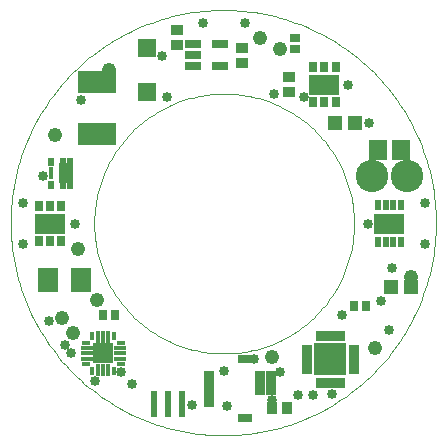
<source format=gbs>
G04 EAGLE Gerber RS-274X export*
G75*
%MOMM*%
%FSLAX35Y35*%
%LPD*%
%INsolder_mask_bottom*%
%IPPOS*%
%AMOC8*
5,1,8,0,0,1.08239X$1,22.5*%
G01*
%ADD10C,0.010000*%
%ADD11C,0.050000*%
%ADD12R,0.903200X1.103200*%
%ADD13R,1.603200X1.603200*%
%ADD14R,2.703200X2.703200*%
%ADD15R,0.503200X0.953200*%
%ADD16R,0.953200X0.503200*%
%ADD17R,2.603200X1.703200*%
%ADD18R,0.553200X0.853200*%
%ADD19R,1.503200X1.703200*%
%ADD20R,1.703200X1.703200*%
%ADD21R,0.453200X1.003200*%
%ADD22R,1.003200X0.453200*%
%ADD23R,0.753200X0.453200*%
%ADD24R,0.453200X0.753200*%
%ADD25R,0.603200X2.203200*%
%ADD26R,1.203200X1.303200*%
%ADD27R,0.903200X0.503200*%
%ADD28R,1.203200X0.803200*%
%ADD29R,3.203200X1.903200*%
%ADD30R,2.503200X1.703200*%
%ADD31R,0.663200X0.913200*%
%ADD32R,1.103200X0.903200*%
%ADD33R,0.903200X0.803200*%
%ADD34C,2.743200*%
%ADD35R,1.403200X0.803200*%
%ADD36R,0.853200X0.503200*%
%ADD37R,1.153200X1.703200*%
%ADD38R,0.503200X0.653200*%
%ADD39R,0.433200X1.073200*%
%ADD40R,1.803200X2.006200*%
%ADD41R,0.803200X0.903200*%
%ADD42C,1.219200*%
%ADD43C,0.853200*%


D10*
X1793375Y-42625D02*
X1793375Y57375D01*
X-1806625Y7375D02*
X-1806083Y51549D01*
X-1804457Y95697D01*
X-1801748Y139791D01*
X-1797958Y183806D01*
X-1793088Y227714D01*
X-1787143Y271490D01*
X-1780125Y315106D01*
X-1772039Y358538D01*
X-1762889Y401757D01*
X-1752681Y444739D01*
X-1741422Y487458D01*
X-1729118Y529887D01*
X-1715776Y572002D01*
X-1701404Y613777D01*
X-1686012Y655186D01*
X-1669608Y696205D01*
X-1652203Y736809D01*
X-1633806Y776974D01*
X-1614429Y816675D01*
X-1594083Y855889D01*
X-1572782Y894592D01*
X-1550536Y932760D01*
X-1527361Y970371D01*
X-1503270Y1007401D01*
X-1478278Y1043830D01*
X-1452399Y1079634D01*
X-1425649Y1114792D01*
X-1398044Y1149283D01*
X-1369601Y1183086D01*
X-1340337Y1216181D01*
X-1310270Y1248548D01*
X-1279417Y1280167D01*
X-1247798Y1311020D01*
X-1215431Y1341087D01*
X-1182336Y1370351D01*
X-1148533Y1398794D01*
X-1114042Y1426399D01*
X-1078884Y1453149D01*
X-1043080Y1479028D01*
X-1006651Y1504020D01*
X-969621Y1528111D01*
X-932010Y1551286D01*
X-893842Y1573532D01*
X-855139Y1594833D01*
X-815925Y1615179D01*
X-776224Y1634556D01*
X-736059Y1652953D01*
X-695455Y1670358D01*
X-654436Y1686762D01*
X-613027Y1702154D01*
X-571252Y1716526D01*
X-529137Y1729868D01*
X-486708Y1742172D01*
X-443989Y1753431D01*
X-401007Y1763639D01*
X-357788Y1772789D01*
X-314356Y1780875D01*
X-270740Y1787893D01*
X-226964Y1793838D01*
X-183056Y1798708D01*
X-139041Y1802498D01*
X-94947Y1805207D01*
X-50799Y1806833D01*
X-6625Y1807375D01*
X37549Y1806833D01*
X81697Y1805207D01*
X125791Y1802498D01*
X169806Y1798708D01*
X213714Y1793838D01*
X257490Y1787893D01*
X301106Y1780875D01*
X344538Y1772789D01*
X387757Y1763639D01*
X430739Y1753431D01*
X473458Y1742172D01*
X515887Y1729868D01*
X558002Y1716526D01*
X599777Y1702154D01*
X641186Y1686762D01*
X682205Y1670358D01*
X722809Y1652953D01*
X762974Y1634556D01*
X802675Y1615179D01*
X841889Y1594833D01*
X880592Y1573532D01*
X918760Y1551286D01*
X956371Y1528111D01*
X993401Y1504020D01*
X1029830Y1479028D01*
X1065634Y1453149D01*
X1100792Y1426399D01*
X1135283Y1398794D01*
X1169086Y1370351D01*
X1202181Y1341087D01*
X1234548Y1311020D01*
X1266167Y1280167D01*
X1297020Y1248548D01*
X1327087Y1216181D01*
X1356351Y1183086D01*
X1384794Y1149283D01*
X1412399Y1114792D01*
X1439149Y1079634D01*
X1465028Y1043830D01*
X1490020Y1007401D01*
X1514111Y970371D01*
X1537286Y932760D01*
X1559532Y894592D01*
X1580833Y855889D01*
X1601179Y816675D01*
X1620556Y776974D01*
X1638953Y736809D01*
X1656358Y696205D01*
X1672762Y655186D01*
X1688154Y613777D01*
X1702526Y572002D01*
X1715868Y529887D01*
X1728172Y487458D01*
X1739431Y444739D01*
X1749639Y401757D01*
X1758789Y358538D01*
X1766875Y315106D01*
X1773893Y271490D01*
X1779838Y227714D01*
X1784708Y183806D01*
X1788498Y139791D01*
X1791207Y95697D01*
X1792833Y51549D01*
X1793375Y7375D01*
X1792833Y-36799D01*
X1791207Y-80947D01*
X1788498Y-125041D01*
X1784708Y-169056D01*
X1779838Y-212964D01*
X1773893Y-256740D01*
X1766875Y-300356D01*
X1758789Y-343788D01*
X1749639Y-387007D01*
X1739431Y-429989D01*
X1728172Y-472708D01*
X1715868Y-515137D01*
X1702526Y-557252D01*
X1688154Y-599027D01*
X1672762Y-640436D01*
X1656358Y-681455D01*
X1638953Y-722059D01*
X1620556Y-762224D01*
X1601179Y-801925D01*
X1580833Y-841139D01*
X1559532Y-879842D01*
X1537286Y-918010D01*
X1514111Y-955621D01*
X1490020Y-992651D01*
X1465028Y-1029080D01*
X1439149Y-1064884D01*
X1412399Y-1100042D01*
X1384794Y-1134533D01*
X1356351Y-1168336D01*
X1327087Y-1201431D01*
X1297020Y-1233798D01*
X1266167Y-1265417D01*
X1234548Y-1296270D01*
X1202181Y-1326337D01*
X1169086Y-1355601D01*
X1135283Y-1384044D01*
X1100792Y-1411649D01*
X1065634Y-1438399D01*
X1029830Y-1464278D01*
X993401Y-1489270D01*
X956371Y-1513361D01*
X918760Y-1536536D01*
X880592Y-1558782D01*
X841889Y-1580083D01*
X802675Y-1600429D01*
X762974Y-1619806D01*
X722809Y-1638203D01*
X682205Y-1655608D01*
X641186Y-1672012D01*
X599777Y-1687404D01*
X558002Y-1701776D01*
X515887Y-1715118D01*
X473458Y-1727422D01*
X430739Y-1738681D01*
X387757Y-1748889D01*
X344538Y-1758039D01*
X301106Y-1766125D01*
X257490Y-1773143D01*
X213714Y-1779088D01*
X169806Y-1783958D01*
X125791Y-1787748D01*
X81697Y-1790457D01*
X37549Y-1792083D01*
X-6625Y-1792625D01*
X-50799Y-1792083D01*
X-94947Y-1790457D01*
X-139041Y-1787748D01*
X-183056Y-1783958D01*
X-226964Y-1779088D01*
X-270740Y-1773143D01*
X-314356Y-1766125D01*
X-357788Y-1758039D01*
X-401007Y-1748889D01*
X-443989Y-1738681D01*
X-486708Y-1727422D01*
X-529137Y-1715118D01*
X-571252Y-1701776D01*
X-613027Y-1687404D01*
X-654436Y-1672012D01*
X-695455Y-1655608D01*
X-736059Y-1638203D01*
X-776224Y-1619806D01*
X-815925Y-1600429D01*
X-855139Y-1580083D01*
X-893842Y-1558782D01*
X-932010Y-1536536D01*
X-969621Y-1513361D01*
X-1006651Y-1489270D01*
X-1043080Y-1464278D01*
X-1078884Y-1438399D01*
X-1114042Y-1411649D01*
X-1148533Y-1384044D01*
X-1182336Y-1355601D01*
X-1215431Y-1326337D01*
X-1247798Y-1296270D01*
X-1279417Y-1265417D01*
X-1310270Y-1233798D01*
X-1340337Y-1201431D01*
X-1369601Y-1168336D01*
X-1398044Y-1134533D01*
X-1425649Y-1100042D01*
X-1452399Y-1064884D01*
X-1478278Y-1029080D01*
X-1503270Y-992651D01*
X-1527361Y-955621D01*
X-1550536Y-918010D01*
X-1572782Y-879842D01*
X-1594083Y-841139D01*
X-1614429Y-801925D01*
X-1633806Y-762224D01*
X-1652203Y-722059D01*
X-1669608Y-681455D01*
X-1686012Y-640436D01*
X-1701404Y-599027D01*
X-1715776Y-557252D01*
X-1729118Y-515137D01*
X-1741422Y-472708D01*
X-1752681Y-429989D01*
X-1762889Y-387007D01*
X-1772039Y-343788D01*
X-1780125Y-300356D01*
X-1787143Y-256740D01*
X-1793088Y-212964D01*
X-1797958Y-169056D01*
X-1801748Y-125041D01*
X-1804457Y-80947D01*
X-1806083Y-36799D01*
X-1806625Y7375D01*
D11*
X-1100045Y0D02*
X-1099714Y26996D01*
X-1098720Y53977D01*
X-1097064Y80924D01*
X-1094748Y107823D01*
X-1091772Y134657D01*
X-1088139Y161410D01*
X-1083850Y188066D01*
X-1078908Y214608D01*
X-1073316Y241021D01*
X-1067078Y267289D01*
X-1060197Y293396D01*
X-1052677Y319326D01*
X-1044524Y345064D01*
X-1035741Y370594D01*
X-1026334Y395901D01*
X-1016309Y420969D01*
X-1005672Y445784D01*
X-994429Y470330D01*
X-982587Y494593D01*
X-970153Y518558D01*
X-957135Y542210D01*
X-943540Y565536D01*
X-929377Y588521D01*
X-914654Y611152D01*
X-899380Y633415D01*
X-883564Y655296D01*
X-867217Y676782D01*
X-850346Y697861D01*
X-832964Y718520D01*
X-815080Y738745D01*
X-796704Y758526D01*
X-777849Y777849D01*
X-758526Y796704D01*
X-738745Y815080D01*
X-718520Y832964D01*
X-697861Y850346D01*
X-676782Y867217D01*
X-655296Y883564D01*
X-633415Y899380D01*
X-611152Y914654D01*
X-588521Y929377D01*
X-565536Y943540D01*
X-542210Y957135D01*
X-518558Y970153D01*
X-494593Y982587D01*
X-470330Y994429D01*
X-445784Y1005672D01*
X-420969Y1016309D01*
X-395901Y1026334D01*
X-370594Y1035741D01*
X-345064Y1044524D01*
X-319326Y1052677D01*
X-293396Y1060197D01*
X-267289Y1067078D01*
X-241021Y1073316D01*
X-214608Y1078908D01*
X-188066Y1083850D01*
X-161410Y1088139D01*
X-134657Y1091772D01*
X-107823Y1094748D01*
X-80924Y1097064D01*
X-53977Y1098720D01*
X-26996Y1099714D01*
X0Y1100045D01*
X26996Y1099714D01*
X53977Y1098720D01*
X80924Y1097064D01*
X107823Y1094748D01*
X134657Y1091772D01*
X161410Y1088139D01*
X188066Y1083850D01*
X214608Y1078908D01*
X241021Y1073316D01*
X267289Y1067078D01*
X293396Y1060197D01*
X319326Y1052677D01*
X345064Y1044524D01*
X370594Y1035741D01*
X395901Y1026334D01*
X420969Y1016309D01*
X445784Y1005672D01*
X470330Y994429D01*
X494593Y982587D01*
X518558Y970153D01*
X542210Y957135D01*
X565536Y943540D01*
X588521Y929377D01*
X611152Y914654D01*
X633415Y899380D01*
X655296Y883564D01*
X676782Y867217D01*
X697861Y850346D01*
X718520Y832964D01*
X738745Y815080D01*
X758526Y796704D01*
X777849Y777849D01*
X796704Y758526D01*
X815080Y738745D01*
X832964Y718520D01*
X850346Y697861D01*
X867217Y676782D01*
X883564Y655296D01*
X899380Y633415D01*
X914654Y611152D01*
X929377Y588521D01*
X943540Y565536D01*
X957135Y542210D01*
X970153Y518558D01*
X982587Y494593D01*
X994429Y470330D01*
X1005672Y445784D01*
X1016309Y420969D01*
X1026334Y395901D01*
X1035741Y370594D01*
X1044524Y345064D01*
X1052677Y319326D01*
X1060197Y293396D01*
X1067078Y267289D01*
X1073316Y241021D01*
X1078908Y214608D01*
X1083850Y188066D01*
X1088139Y161410D01*
X1091772Y134657D01*
X1094748Y107823D01*
X1097064Y80924D01*
X1098720Y53977D01*
X1099714Y26996D01*
X1100045Y0D01*
X1099714Y-26996D01*
X1098720Y-53977D01*
X1097064Y-80924D01*
X1094748Y-107823D01*
X1091772Y-134657D01*
X1088139Y-161410D01*
X1083850Y-188066D01*
X1078908Y-214608D01*
X1073316Y-241021D01*
X1067078Y-267289D01*
X1060197Y-293396D01*
X1052677Y-319326D01*
X1044524Y-345064D01*
X1035741Y-370594D01*
X1026334Y-395901D01*
X1016309Y-420969D01*
X1005672Y-445784D01*
X994429Y-470330D01*
X982587Y-494593D01*
X970153Y-518558D01*
X957135Y-542210D01*
X943540Y-565536D01*
X929377Y-588521D01*
X914654Y-611152D01*
X899380Y-633415D01*
X883564Y-655296D01*
X867217Y-676782D01*
X850346Y-697861D01*
X832964Y-718520D01*
X815080Y-738745D01*
X796704Y-758526D01*
X777849Y-777849D01*
X758526Y-796704D01*
X738745Y-815080D01*
X718520Y-832964D01*
X697861Y-850346D01*
X676782Y-867217D01*
X655296Y-883564D01*
X633415Y-899380D01*
X611152Y-914654D01*
X588521Y-929377D01*
X565536Y-943540D01*
X542210Y-957135D01*
X518558Y-970153D01*
X494593Y-982587D01*
X470330Y-994429D01*
X445784Y-1005672D01*
X420969Y-1016309D01*
X395901Y-1026334D01*
X370594Y-1035741D01*
X345064Y-1044524D01*
X319326Y-1052677D01*
X293396Y-1060197D01*
X267289Y-1067078D01*
X241021Y-1073316D01*
X214608Y-1078908D01*
X188066Y-1083850D01*
X161410Y-1088139D01*
X134657Y-1091772D01*
X107823Y-1094748D01*
X80924Y-1097064D01*
X53977Y-1098720D01*
X26996Y-1099714D01*
X0Y-1100045D01*
X-26996Y-1099714D01*
X-53977Y-1098720D01*
X-80924Y-1097064D01*
X-107823Y-1094748D01*
X-134657Y-1091772D01*
X-161410Y-1088139D01*
X-188066Y-1083850D01*
X-214608Y-1078908D01*
X-241021Y-1073316D01*
X-267289Y-1067078D01*
X-293396Y-1060197D01*
X-319326Y-1052677D01*
X-345064Y-1044524D01*
X-370594Y-1035741D01*
X-395901Y-1026334D01*
X-420969Y-1016309D01*
X-445784Y-1005672D01*
X-470330Y-994429D01*
X-494593Y-982587D01*
X-518558Y-970153D01*
X-542210Y-957135D01*
X-565536Y-943540D01*
X-588521Y-929377D01*
X-611152Y-914654D01*
X-633415Y-899380D01*
X-655296Y-883564D01*
X-676782Y-867217D01*
X-697861Y-850346D01*
X-718520Y-832964D01*
X-738745Y-815080D01*
X-758526Y-796704D01*
X-777849Y-777849D01*
X-796704Y-758526D01*
X-815080Y-738745D01*
X-832964Y-718520D01*
X-850346Y-697861D01*
X-867217Y-676782D01*
X-883564Y-655296D01*
X-899380Y-633415D01*
X-914654Y-611152D01*
X-929377Y-588521D01*
X-943540Y-565536D01*
X-957135Y-542210D01*
X-970153Y-518558D01*
X-982587Y-494593D01*
X-994429Y-470330D01*
X-1005672Y-445784D01*
X-1016309Y-420969D01*
X-1026334Y-395901D01*
X-1035741Y-370594D01*
X-1044524Y-345064D01*
X-1052677Y-319326D01*
X-1060197Y-293396D01*
X-1067078Y-267289D01*
X-1073316Y-241021D01*
X-1078908Y-214608D01*
X-1083850Y-188066D01*
X-1088139Y-161410D01*
X-1091772Y-134657D01*
X-1094748Y-107823D01*
X-1097064Y-80924D01*
X-1098720Y-53977D01*
X-1099714Y-26996D01*
X-1100045Y0D01*
D12*
X405000Y-1565000D03*
X535000Y-1565000D03*
D13*
X-650000Y1490000D03*
X-650000Y1110000D03*
D14*
X900000Y-1150000D03*
D15*
X1000000Y-950000D03*
X950000Y-950000D03*
X900000Y-950000D03*
X850000Y-950000D03*
X800000Y-950000D03*
X800000Y-1350000D03*
X850000Y-1350000D03*
X900000Y-1350000D03*
X950000Y-1350000D03*
X1000000Y-1350000D03*
D16*
X700000Y-1250000D03*
X700000Y-1200000D03*
X700000Y-1150000D03*
X700000Y-1100000D03*
X700000Y-1050000D03*
X1100000Y-1050000D03*
X1100000Y-1100000D03*
X1100000Y-1150000D03*
X1100000Y-1200000D03*
X1100000Y-1250000D03*
D17*
X1400000Y0D03*
D18*
X1497500Y-155000D03*
X1432500Y-155000D03*
X1367500Y-155000D03*
X1302500Y-155000D03*
X1497500Y155000D03*
X1432500Y155000D03*
X1367500Y155000D03*
X1302500Y155000D03*
D19*
X1305000Y625000D03*
X1495000Y625000D03*
D20*
X-1025000Y-1100000D03*
D21*
X-980000Y-960000D03*
X-1025000Y-960000D03*
X-1070000Y-960000D03*
X-980000Y-1240000D03*
X-1025000Y-1240000D03*
X-1070000Y-1240000D03*
D22*
X-1160000Y-1145000D03*
X-1160000Y-1100000D03*
X-1160000Y-1055000D03*
X-885000Y-1145000D03*
X-885000Y-1100000D03*
X-885000Y-1055000D03*
D23*
X-873000Y-1190000D03*
D24*
X-935000Y-1252000D03*
X-935000Y-948000D03*
D23*
X-873000Y-1010000D03*
D24*
X-1115000Y-948000D03*
X-1115000Y-1252000D03*
D23*
X-1173000Y-1190000D03*
X-1173000Y-1010000D03*
D25*
X-595000Y-1525000D03*
X-475000Y-1525000D03*
X-355000Y-1525000D03*
D26*
X1411000Y-537000D03*
X1581000Y-537000D03*
D27*
X-127000Y-1425000D03*
X-127000Y-1375000D03*
X-127000Y-1325000D03*
X-127000Y-1475000D03*
X-127000Y-1525000D03*
X-127000Y-1275000D03*
D28*
X173000Y-1150000D03*
X173000Y-1650000D03*
D29*
X-1075000Y1195000D03*
X-1075000Y755000D03*
D30*
X850000Y1175000D03*
D31*
X756000Y1323000D03*
X850000Y1323000D03*
X944000Y1323000D03*
X850000Y1027000D03*
X945000Y1027000D03*
X755000Y1027000D03*
D26*
X940000Y850000D03*
X1110000Y850000D03*
D32*
X550000Y1110000D03*
X550000Y1240000D03*
D33*
X600000Y1475000D03*
X600000Y1575000D03*
D34*
X1250000Y400000D03*
X1550000Y400000D03*
D32*
X-400000Y1510000D03*
X-400000Y1640000D03*
X150000Y1490000D03*
X150000Y1360000D03*
D35*
X-265000Y1425000D03*
X-265000Y1330000D03*
X-265000Y1520000D03*
X-35000Y1520000D03*
X-35000Y1330000D03*
D36*
X400000Y-1275000D03*
X400000Y-1325000D03*
X400000Y-1375000D03*
X400000Y-1425000D03*
X300000Y-1425000D03*
X300000Y-1375000D03*
X300000Y-1325000D03*
X300000Y-1275000D03*
D37*
X-1335000Y425000D03*
D38*
X-1302500Y522500D03*
X-1367500Y522500D03*
X-1302500Y327500D03*
X-1367500Y327500D03*
X-1463000Y522500D03*
X-1463000Y327500D03*
D39*
X-1466500Y425000D03*
D40*
X-1207800Y-475000D03*
X-1492200Y-475000D03*
D30*
X-1475000Y0D03*
D31*
X-1381000Y-148000D03*
X-1475000Y-148000D03*
X-1569000Y-148000D03*
X-1475000Y148000D03*
X-1570000Y148000D03*
X-1380000Y148000D03*
D41*
X-1025000Y-775000D03*
X-925000Y-775000D03*
D42*
X300000Y1575000D03*
X-1434000Y746000D03*
X1275000Y-1050000D03*
X-975000Y1300000D03*
D41*
X1200000Y-700000D03*
X1100000Y-700000D03*
D42*
X-1075000Y-650000D03*
X-1235000Y-215000D03*
X-1375000Y-800000D03*
X-1275000Y-925000D03*
X1581000Y-456000D03*
X475000Y1475000D03*
X402000Y-1132000D03*
D43*
X-175000Y1700000D03*
X175000Y1700000D03*
X-1700000Y175000D03*
X-1700000Y-175000D03*
X1700000Y175000D03*
X1700000Y-175000D03*
X0Y-1250000D03*
X925000Y-1150000D03*
X25000Y-1541000D03*
X250000Y-1150000D03*
X-1350000Y-1025000D03*
X1218800Y400D03*
X-870000Y-1258000D03*
X625000Y-1450000D03*
X-1210200Y1050400D03*
X-1535200Y400400D03*
X-1260200Y400D03*
X-485200Y1075400D03*
X1225000Y850000D03*
X1050000Y1175000D03*
X425000Y1100000D03*
X-524200Y1418400D03*
X-1485200Y-824600D03*
X1325000Y-654000D03*
X1400000Y-900000D03*
X-1300000Y-1100000D03*
X750000Y-1450000D03*
X913000Y-1440000D03*
X-1091000Y-1332000D03*
X-781000Y-1360900D03*
X-275000Y-1537000D03*
X675000Y1070000D03*
X477000Y-1260000D03*
X405000Y-1490000D03*
X1002000Y-770000D03*
X1425000Y-375000D03*
M02*

</source>
